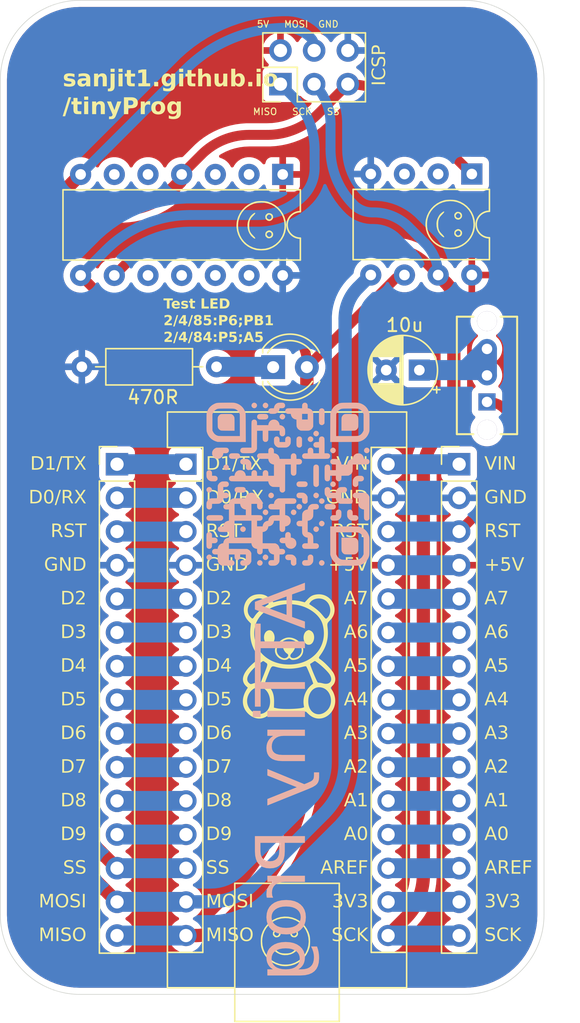
<source format=kicad_pcb>
(kicad_pcb (version 20241229) (generator "pcbnew") (generator_version "9.0")
  (layers (0 "F.Cu" signal) (2 "B.Cu" signal) (13 "F.Paste" user) (15 "B.Paste" user) (5 "F.SilkS" user "F.Silkscreen") (7 "B.SilkS" user "B.Silkscreen") (1 "F.Mask" user) (3 "B.Mask" user) (25 "Edge.Cuts" user))
  (net 0 "")
  (net 1 "/MOSI")
  (net 2 "/RST")
  (net 3 "/SCK")
  (net 4 "/SS")
  (net 5 "/MISO")
  (net 6 "Net-(A1-A3)")
  (net 7 "Net-(A1-A6)")
  (net 8 "+5V")
  (net 9 "Net-(A1-A1)")
  (net 10 "Net-(A1-A7)")
  (net 11 "Net-(A1-D6)")
  (net 12 "Net-(A1-D4)")
  (net 13 "Net-(A1-D7)")
  (net 14 "Net-(A1-D5)")
  (net 15 "Net-(A1-D1{slash}TX)")
  (net 16 "Net-(A1-VIN)")
  (net 17 "Net-(A1-3V3)")
  (net 18 "Net-(A1-D3)")
  (net 19 "Net-(A1-A4)")
  (net 20 "Net-(A1-D8)")
  (net 21 "Net-(C1-Pad1)")
  (net 22 "Net-(A1-D2)")
  (net 23 "Net-(A1-D0{slash}RX)")
  (net 24 "Net-(D1-K)")
  (net 25 "Net-(A1-A2)")
  (net 26 "Net-(A1-A5)")
  (net 27 "Net-(A1-A0)")
  (net 28 "Net-(A1-D9)")
  (net 29 "Net-(A1-AREF)")
  (net 30 "GND")
  (footprint "Custom Art Exports:Smiley Face" (layer "F.Cu") (at 129.929994 61.905002 -90)
    (property "Reference" "G2" (hide yes))
    (property "Value" "LOGO" (hide yes))
  )
  (footprint "LED_THT:LED_D4.0mm" (layer "F.Cu") (at 116.575 72.675)
    (property "Reference" "D1" (hide yes))
    (property "Value" "LED" (hide yes))
  )
  (footprint "OS102011MS2QN1:SPDT_OS102011_CNK" (layer "F.Cu") (at 132.7 75.3 180)
    (property "Reference" "SW1" (hide yes))
    (property "Value" "OS102011MS2QN1")
  )
  (footprint "Package_DIP:DIP-14_W7.62mm" (layer "F.Cu") (at 117.295 58.135 -90)
    (property "Reference" "U1" (hide yes))
    (property "Value" "ATtiny84-20P")
  )
  (footprint "Connector_PinHeader_2.54mm:PinHeader_2x03_P2.54mm_Vertical" (layer "F.Cu") (at 117.125 51.325 90)
    (property "Reference" "J3" (hide yes))
    (property "Value" "ICSP")
  )
  (footprint "Package_DIP:DIP-8_W7.62mm" (layer "F.Cu") (at 131.555 58.105 -90)
    (property "Reference" "U2" (hide yes))
    (property "Value" "ATtiny85V-10P")
  )
  (footprint "Capacitor_THT:CP_Radial_D5.0mm_P2.50mm" (layer "F.Cu") (at 127.6 72.9 180)
    (property "Reference" "C1" (hide yes))
    (property "Value" "10u")
  )
  (footprint "Module:Arduino_Nano" (layer "F.Cu") (at 110 80)
    (property "Reference" "A1" (hide yes))
    (property "Value" "Arduino_Nano_v3.x")
  )
  (footprint "Resistor_THT:R_Axial_DIN0207_L6.3mm_D2.5mm_P10.16mm_Horizontal" (layer "F.Cu") (at 112.305 72.65 180)
    (property "Reference" "R1" (hide yes))
    (property "Value" "470R")
  )
  (footprint "Connector_PinHeader_2.54mm:PinHeader_1x15_P2.54mm_Vertical" (layer "F.Cu") (at 104.8 80)
    (property "Reference" "J1" (hide yes))
    (property "Value" "Conn_01x15_Pin")
  )
  (footprint "Custom Art Exports:Smiley Face" (layer "F.Cu") (at 115.679994 62.005002 -90)
    (property "Reference" "G1" (hide yes))
    (property "Value" "LOGO" (hide yes))
  )
  (footprint "Connector_PinHeader_2.54mm:PinHeader_1x15_P2.54mm_Vertical" (layer "F.Cu") (at 130.6 80)
    (property "Reference" "J2" (hide yes))
    (property "Value" "Conn_01x15_Pin" (hide yes))
  )
  (footprint "Custom Art Exports:Smiley Face" (layer "F.Cu") (at 117.5 116)
    (property "Reference" "G3" (hide yes))
    (property "Value" "LOGO" (hide yes))
  )
  (footprint "footprints:GithubQR_14" (layer "B.Cu") (at 117.7 81.5 180)
    (property "Reference" "G***" (hide yes))
    (property "Value" "LOGO" (hide yes))
  )
  (gr_poly (pts (xy 117.841717 93.075241) (xy 117.912202 93.083945) (xy 117.983116 93.097753) (xy 118.054095 93.116559) (xy 118.124775 93.140251) (xy 118.194795 93.168722) (xy 118.26379 93.201862) (xy 118.331397 93.239562) (xy 118.397253 93.281713) (xy 118.460996 93.328207) (xy 118.522261 93.378934) (xy 118.580686 93.433786) (xy 118.629367 93.485899) (xy 118.672837 93.539462) (xy 118.711188 93.594261) (xy 118.74451 93.650084) (xy 118.772895 93.706717) (xy 118.796436 93.763949) (xy 118.815223 93.821566) (xy 118.829348 93.879356) (xy 118.838903 93.937105) (xy 118.843979 93.994601) (xy 118.844668 94.051631) (xy 118.841061 94.107982) (xy 118.83325 94.163442) (xy 118.821327 94.217797) (xy 118.805383 94.270835) (xy 118.78551 94.322343) (xy 118.7618 94.372108) (xy 118.734343 94.419918) (xy 118.703231 94.465559) (xy 118.668557 94.508819) (xy 118.630412 94.549485) (xy 118.588886 94.587344) (xy 118.544073 94.622183) (xy 118.496063 94.65379) (xy 118.444948 94.681952) (xy 118.390819 94.706455) (xy 118.333769 94.727088) (xy 118.273889 94.743637) (xy 118.21127 94.755889) (xy 118.146003 94.763632) (xy 118.078182 94.766653) (xy 118.007896 94.764739) (xy 118.001595 94.764012) (xy 117.994633 94.7626) (xy 117.987081 94.76054) (xy 117.979012 94.75787) (xy 117.970498 94.754626) (xy 117.961609 94.750847) (xy 117.952417 94.74657) (xy 117.942994 94.741832) (xy 117.933413 94.73667) (xy 117.923743 94.731122) (xy 117.914058 94.725225) (xy 117.904428 94.719016) (xy 117.894925 94.712533) (xy 117.885622 94.705814) (xy 117.876589 94.698895) (xy 117.867898 94.691813) (xy 117.785514 94.622493) (xy 117.680011 94.695616) (xy 117.655054 94.711464) (xy 117.629002 94.725239) (xy 117.601944 94.736977) (xy 117.573968 94.746711) (xy 117.545165 94.754477) (xy 117.515621 94.760309) (xy 117.485428 94.764241) (xy 117.454672 94.766308) (xy 117.423444 94.766544) (xy 117.391831 94.764984) (xy 117.359924 94.761662) (xy 117.32781 94.756613) (xy 117.295578 94.749871) (xy 117.263319 94.741471) (xy 117.231119 94.731447) (xy 117.199069 94.719834) (xy 117.167256 94.706666) (xy 117.135771 94.691978) (xy 117.104702 94.675804) (xy 117.074137 94.658179) (xy 117.044165 94.639138) (xy 117.014877 94.618713) (xy 116.986359 94.596942) (xy 116.958701 94.573856) (xy 116.931993 94.549492) (xy 116.906323 94.523884) (xy 116.881779 94.497066) (xy 116.858451 94.469073) (xy 116.836427 94.439938) (xy 116.815797 94.409698) (xy 116.796649 94.378385) (xy 116.779072 94.346036) (xy 116.759547 94.304123) (xy 116.743296 94.261507) (xy 116.730266 94.218277) (xy 116.7204 94.174528) (xy 116.713646 94.13035) (xy 116.709948 94.085836) (xy 116.709532 94.059037) (xy 116.846061 94.059037) (xy 116.848435 94.095817) (xy 116.853299 94.132201) (xy 116.860634 94.168112) (xy 116.870422 94.203477) (xy 116.882646 94.238221) (xy 116.897287 94.272271) (xy 116.914329 94.305551) (xy 116.933752 94.337987) (xy 116.95554 94.369505) (xy 116.979673 94.40003) (xy 117.006135 94.429489) (xy 117.034908 94.457807) (xy 117.065973 94.484909) (xy 117.099313 94.510721) (xy 117.134909 94.535168) (xy 117.172745 94.558178) (xy 117.212802 94.579674) (xy 117.255062 94.599582) (xy 117.299507 94.617829) (xy 117.324895 94.626382) (xy 117.350258 94.632728) (xy 117.375499 94.636967) (xy 117.400521 94.639196) (xy 117.425228 94.639516) (xy 117.449524 94.638025) (xy 117.473312 94.634822) (xy 117.496496 94.630006) (xy 117.51898 94.623676) (xy 117.540666 94.615931) (xy 117.56146 94.606869) (xy 117.581264 94.596591) (xy 117.599981 94.585194) (xy 117.617516 94.572778) (xy 117.633773 94.559441) (xy 117.648654 94.545284) (xy 117.662063 94.530403) (xy 117.673904 94.514899) (xy 117.684081 94.498871) (xy 117.692496 94.482417) (xy 117.699055 94.465637) (xy 117.703659 94.448629) (xy 117.706214 94.431492) (xy 117.706622 94.414325) (xy 117.704787 94.397228) (xy 117.700612 94.380298) (xy 117.694002 94.363636) (xy 117.68486 94.34734) (xy 117.673089 94.331509) (xy 117.658594 94.316241) (xy 117.641277 94.301637) (xy 117.621042 94.287794) (xy 117.6001 94.274057) (xy 117.579628 94.259063) (xy 117.559658 94.242894) (xy 117.540225 94.22563) (xy 117.521361 94.207354) (xy 117.5031 94.188147) (xy 117.468521 94.147265) (xy 117.436758 94.103638) (xy 117.408079 94.057915) (xy 117.382751 94.010751) (xy 117.361043 93.962795) (xy 117.343224 93.914701) (xy 117.329562 93.86712) (xy 117.324374 93.843725) (xy 117.320325 93.820704) (xy 117.31745 93.798136) (xy 117.315782 93.776105) (xy 117.315354 93.75469) (xy 117.3162 93.733974) (xy 117.318354 93.714039) (xy 117.321849 93.694965) (xy 117.326718 93.676834) (xy 117.332996 93.659728) (xy 117.340715 93.643728) (xy 117.34991 93.628916) (xy 117.359198 93.617917) (xy 117.371201 93.60742) (xy 117.385752 93.597435) (xy 117.402686 93.587972) (xy 117.443035 93.570656) (xy 117.490919 93.555554) (xy 117.545008 93.54275) (xy 117.603973 93.532329) (xy 117.666484 93.524372) (xy 117.731212 93.518965) (xy 117.796827 93.51619) (xy 117.861999 93.516131) (xy 117.9254 93.518871) (xy 117.985699 93.524494) (xy 118.041567 93.533084) (xy 118.091675 93.544724) (xy 118.134693 93.559497) (xy 118.153128 93.568085) (xy 118.169291 93.577488) (xy 118.18231 93.587172) (xy 118.193912 93.598196) (xy 118.204115 93.610503) (xy 118.212936 93.624033) (xy 118.220391 93.63873) (xy 118.226497 93.654535) (xy 118.231273 93.67139) (xy 118.234734 93.689237) (xy 118.236898 93.708019) (xy 118.237782 93.727676) (xy 118.237402 93.748151) (xy 118.235776 93.769387) (xy 118.228855 93.813906) (xy 118.217152 93.860769) (xy 118.200806 93.909513) (xy 118.179951 93.959673) (xy 118.154724 94.010784) (xy 118.125262 94.062383) (xy 118.0917 94.114007) (xy 118.054175 94.16519) (xy 118.012822 94.215468) (xy 117.967779 94.264379) (xy 117.944551 94.289809) (xy 117.924682 94.314858) (xy 117.90807 94.339457) (xy 117.894615 94.363538) (xy 117.884216 94.387032) (xy 117.87677 94.40987) (xy 117.872178 94.431984) (xy 117.870337 94.453306) (xy 117.871147 94.473767) (xy 117.874506 94.493299) (xy 117.880313 94.511832) (xy 117.888468 94.529299) (xy 117.898868 94.545631) (xy 117.911413 94.56076) (xy 117.926001 94.574617) (xy 117.942531 94.587133) (xy 117.960903 94.598241) (xy 117.981014 94.607871) (xy 118.002765 94.615955) (xy 118.026052 94.622424) (xy 118.050776 94.627211) (xy 118.076836 94.630246) (xy 118.104129 94.631462) (xy 118.132554 94.630789) (xy 118.162012 94.628159) (xy 118.1924 94.623504) (xy 118.223617 94.616755) (xy 118.255562 94.607843) (xy 118.288134 94.5967) (xy 118.321231 94.583259) (xy 118.354753 94.567449) (xy 118.388598 94.549203) (xy 118.440878 94.516837) (xy 118.488595 94.482442) (xy 118.53179 94.446167) (xy 118.570508 94.408162) (xy 118.604793 94.368577) (xy 118.634687 94.327561) (xy 118.660233 94.285265) (xy 118.681476 94.241839) (xy 118.698458 94.197431) (xy 118.711223 94.152193) (xy 118.719814 94.106274) (xy 118.724275 94.059824) (xy 118.724648 94.012993) (xy 118.720978 93.965931) (xy 118.713307 93.918787) (xy 118.701679 93.871712) (xy 118.686137 93.824856) (xy 118.666725 93.778367) (xy 118.643485 93.732397) (xy 118.616462 93.687094) (xy 118.585698 93.64261) (xy 118.551237 93.599094) (xy 118.513123 93.556695) (xy 118.471398 93.515563) (xy 118.426106 93.47585) (xy 118.37729 93.437703) (xy 118.324994 93.401274) (xy 118.269261 93.366712) (xy 118.210134 93.334166) (xy 118.147656 93.303788) (xy 118.081872 93.275726) (xy 118.012824 93.250131) (xy 117.951247 93.231508) (xy 117.88989 93.218093) (xy 117.859291 93.21334) (xy 117.828745 93.209889) (xy 117.79825 93.207742) (xy 117.767805 93.206898) (xy 117.73741 93.207359) (xy 117.707063 93.209123) (xy 117.676764 93.212193) (xy 117.646511 93.216567) (xy 117.616304 93.222246) (xy 117.586142 93.229231) (xy 117.525949 93.247118) (xy 117.465924 93.270231) (xy 117.40606 93.298572) (xy 117.346349 93.332143) (xy 117.286784 93.370948) (xy 117.227358 93.414988) (xy 117.168064 93.464266) (xy 117.108893 93.518784) (xy 117.049839 93.578546) (xy 117.018228 93.613727) (xy 116.989339 93.649478) (xy 116.963153 93.685724) (xy 116.939653 93.72239) (xy 116.91882 93.759403) (xy 116.900638 93.796687) (xy 116.885088 93.834168) (xy 116.872152 93.871772) (xy 116.861812 93.909425) (xy 116.854051 93.947053) (xy 116.848851 93.98458) (xy 116.846193 94.021933) (xy 116.846061 94.059037) (xy 116.709532 94.059037) (xy 116.709253 94.041077) (xy 116.711505 93.996167) (xy 116.716651 93.951196) (xy 116.724636 93.906258) (xy 116.735405 93.861444) (xy 116.748904 93.816846) (xy 116.76508 93.772556) (xy 116.783876 93.728667) (xy 116.805239 93.685271) (xy 116.829115 93.642459) (xy 116.855449 93.600324) (xy 116.884187 93.558957) (xy 116.915274 93.518452) (xy 116.948655 93.478899) (xy 116.984278 93.440392) (xy 117.022086 93.403021) (xy 117.062026 93.36688) (xy 117.104043 93.33206) (xy 117.148082 93.298654) (xy 117.194091 93.266753) (xy 117.242013 93.236449) (xy 117.291794 93.207836) (xy 117.343381 93.181004) (xy 117.396719 93.156045) (xy 117.451753 93.133053) (xy 117.508429 93.112118) (xy 117.539573 93.102176) (xy 117.571324 93.09366) (xy 117.636464 93.080853) (xy 117.703485 93.073586) (xy 117.772023 93.071752)) (stroke (width -0.000001)) (fill yes) (layer "F.SilkS"))
  (gr_poly (pts (xy 116.315758 92.526032) (xy 116.353316 92.531466) (xy 116.389387 92.541713) (xy 116.423875 92.556486) (xy 116.456681 92.575495) (xy 116.48771 92.598451) (xy 116.516863 92.625067) (xy 116.544043 92.655052) (xy 116.569154 92.688118) (xy 116.592097 92.723977) (xy 116.612776 92.762339) (xy 116.631094 92.802916) (xy 116.646954 92.845418) (xy 116.660257 92.889558) (xy 116.670907 92.935046) (xy 116.678807 92.981594) (xy 116.68386 93.028912) (xy 116.685968 93.076713) (xy 116.685034 93.124706) (xy 116.680961 93.172604) (xy 116.673652 93.220117) (xy 116.663009 93.266957) (xy 116.648935 93.312835) (xy 116.631334 93.357461) (xy 116.610107 93.400548) (xy 116.585158 93.441807) (xy 116.556389 93.480948) (xy 116.523704 93.517683) (xy 116.487005 93.551724) (xy 116.477522 93.559316) (xy 116.467645 93.566483) (xy 116.4574 93.573223) (xy 116.446812 93.579535) (xy 116.424711 93.590867) (xy 116.401551 93.600465) (xy 116.377537 93.608317) (xy 116.352876 93.614407) (xy 116.327775 93.618725) (xy 116.302441 93.621255) (xy 116.277081 93.621985) (xy 116.251902 93.620902) (xy 116.227109 93.617991) (xy 116.202911 93.613241) (xy 116.179513 93.606637) (xy 116.157122 93.598165) (xy 116.14637 93.593226) (xy 116.135946 93.587814) (xy 116.125878 93.581929) (xy 116.116191 93.575569) (xy 116.086379 93.552974) (xy 116.05862 93.528181) (xy 116.032911 93.501353) (xy 116.009243 93.472647) (xy 115.987613 93.442227) (xy 115.968014 93.41025) (xy 115.950441 93.376879) (xy 115.934887 93.342273) (xy 115.921348 93.306592) (xy 115.909817 93.269997) (xy 115.900288 93.232649) (xy 115.892756 93.194707) (xy 115.887215 93.156332) (xy 115.883659 93.117685) (xy 115.882083 93.078926) (xy 115.882481 93.040214) (xy 115.884847 93.001711) (xy 115.889176 92.963576) (xy 115.89546 92.925971) (xy 115.903696 92.889055) (xy 115.913877 92.852989) (xy 115.925998 92.817934) (xy 115.940052 92.784048) (xy 115.956033 92.751494) (xy 115.973937 92.720431) (xy 115.993758 92.691019) (xy 116.015489 92.66342) (xy 116.039125 92.637793) (xy 116.064661 92.614298) (xy 116.092089 92.593096) (xy 116.121406 92.574348) (xy 116.152605 92.558213) (xy 116.195137 92.541503) (xy 116.236571 92.530762) (xy 116.27681 92.525701)) (stroke (width -0.000001)) (fill yes) (layer "F.SilkS"))
  (gr_poly (pts (xy 115.609573 89.808955) (xy 115.685403 89.81471) (xy 115.722332 89.819405) (xy 115.758644 89.825326) (xy 115.79437 89.832483) (xy 115.829541 89.840887) (xy 115.864187 89.850548) (xy 115.89834 89.861477) (xy 115.932029 89.873683) (xy 115.965286 89.887179) (xy 115.998141 89.901973) (xy 116.030625 89.918077) (xy 116.062769 89.935501) (xy 116.094603 89.954255) (xy 116.157465 89.995798) (xy 116.219457 90.042787) (xy 116.280824 90.095308) (xy 116.341813 90.153444) (xy 116.402668 90.217279) (xy 116.587215 90.419553) (xy 116.88894 90.343717) (xy 116.97853 90.323683) (xy 117.076525 90.306318) (xy 117.181725 90.291623) (xy 117.292928 90.279598) (xy 117.408932 90.270244) (xy 117.528538 90.26356) (xy 117.650543 90.259546) (xy 117.773748 90.258203) (xy 117.89695 90.25953) (xy 118.018948 90.263529) (xy 118.138542 90.270199) (xy 118.254531 90.279539) (xy 118.365713 90.291552) (xy 118.470886 90.306235) (xy 118.568852 90.323591) (xy 118.658407 90.343618) (xy 118.959668 90.419355) (xy 119.156121 90.205869) (xy 119.198169 90.161117) (xy 119.238689 90.120032) (xy 119.278004 90.082432) (xy 119.316435 90.048134) (xy 119.354304 90.016959) (xy 119.391933 89.988724) (xy 119.429642 89.963247) (xy 119.467755 89.940347) (xy 119.506591 89.919843) (xy 119.546474 89.901553) (xy 119.587724 89.885296) (xy 119.630664 89.87089) (xy 119.675614 89.858153) (xy 119.722898 89.846904) (xy 119.772835 89.836961) (xy 119.825748 89.828143) (xy 119.931575 89.816205) (xy 120.034634 89.812822) (xy 120.134727 89.817612) (xy 120.231654 89.830192) (xy 120.325214 89.85018) (xy 120.41521 89.877192) (xy 120.50144 89.910846) (xy 120.583707 89.950761) (xy 120.661809 89.996552) (xy 120.735547 90.047838) (xy 120.804723 90.104236) (xy 120.869136 90.165363) (xy 120.928587 90.230837) (xy 120.982877 90.300275) (xy 121.031805 90.373294) (xy 121.075173 90.449513) (xy 121.11278 90.528548) (xy 121.144428 90.610017) (xy 121.169916 90.693537) (xy 121.189046 90.778726) (xy 121.201617 90.8652) (xy 121.207431 90.952579) (xy 121.206287 91.040478) (xy 121.197986 91.128515) (xy 121.182328 91.216308) (xy 121.159115 91.303474) (xy 121.128146 91.389631) (xy 121.089222 91.474395) (xy 121.042143 91.557385) (xy 120.98671 91.638218) (xy 120.922723 91.71651) (xy 120.849984 91.791881) (xy 120.816002 91.824791) (xy 120.78598 91.855039) (xy 120.759731 91.883183) (xy 120.737069 91.909785) (xy 120.717809 91.935403) (xy 120.701764 91.960597) (xy 120.69489 91.973211) (xy 120.68875 91.985928) (xy 120.683321 91.99882) (xy 120.67858 92.011956) (xy 120.674503 92.025406) (xy 120.671067 92.039241) (xy 120.66825 92.053529) (xy 120.666028 92.068341) (xy 120.663275 92.099819) (xy 120.662624 92.134232) (xy 120.663887 92.172142) (xy 120.66688 92.214108) (xy 120.671416 92.26069) (xy 120.67731 92.312449) (xy 120.692246 92.460994) (xy 120.701063 92.605763) (xy 120.70369 92.747037) (xy 120.700053 92.885098) (xy 120.69008 93.020227) (xy 120.673698 93.152706) (xy 120.650836 93.282817) (xy 120.621421 93.410841) (xy 120.58538 93.53706) (xy 120.542642 93.661755) (xy 120.493133 93.785208) (xy 120.436781 93.9077) (xy 120.373514 94.029513) (xy 120.303259 94.150929) (xy 120.225944 94.272229) (xy 120.141496 94.393694) (xy 120.113643 94.432336) (xy 120.089551 94.466476) (xy 120.069256 94.496606) (xy 120.060545 94.510322) (xy 120.052796 94.52322) (xy 120.046016 94.535363) (xy 120.040207 94.546812) (xy 120.035375 94.557628) (xy 120.031524 94.567873) (xy 120.028658 94.57761) (xy 120.026783 94.586899) (xy 120.025903 94.595802) (xy 120.026022 94.604381) (xy 120.027145 94.612697) (xy 120.029276 94.620813) (xy 120.03242 94.628789) (xy 120.036581 94.636688) (xy 120.041764 94.644572) (xy 120.047974 94.652501) (xy 120.055215 94.660537) (xy 120.063491 94.668742) (xy 120.072808 94.677179) (xy 120.083168 94.685907) (xy 120.107042 94.704488) (xy 120.135149 94.724979) (xy 120.167524 94.747872) (xy 120.228436 94.792916) (xy 120.293959 94.845434) (xy 120.363104 94.904382) (xy 120.434886 94.968715) (xy 120.508317 95.037389) (xy 120.582412 95.109358) (xy 120.656183 95.183578) (xy 120.728643 95.259005) (xy 120.798806 95.334594) (xy 120.865686 95.409301) (xy 120.928295 95.48208) (xy 120.985646 95.551888) (xy 121.036754 95.617679) (xy 121.080631 95.678409) (xy 121.11629 95.733033) (xy 121.142745 95.780507) (xy 121.17469 95.849912) (xy 121.201412 95.918271) (xy 121.212817 95.952038) (xy 121.222918 95.98552) (xy 121.231718 96.018707) (xy 121.239217 96.051593) (xy 121.245415 96.084168) (xy 121.250315 96.116426) (xy 121.253916 96.148357) (xy 121.25622 96.179953) (xy 121.257227 96.211207) (xy 121.256939 96.24211) (xy 121.255357 96.272654) (xy 121.252481 96.302832) (xy 121.248313 96.332634) (xy 121.242853 96.362053) (xy 121.236102 96.391081) (xy 121.228062 96.419709) (xy 121.218733 96.44793) (xy 121.208116 96.475735) (xy 121.196212 96.503116) (xy 121.183022 96.530066) (xy 121.168547 96.556575) (xy 121.152788 96.582636) (xy 121.135746 96.608241) (xy 121.117422 96.633382) (xy 121.097817 96.65805) (xy 121.076931 96.682237) (xy 121.054766 96.705935) (xy 121.031323 96.729137) (xy 121.007156 96.752435) (xy 120.986097 96.77349) (xy 120.968105 96.792616) (xy 120.960246 96.801555) (xy 120.953138 96.81013) (xy 120.946775 96.818382) (xy 120.941153 96.826349) (xy 120.936266 96.834071) (xy 120.93211 96.841588) (xy 120.928678 96.848939) (xy 120.925965 96.856164) (xy 120.923967 96.863301) (xy 120.922678 96.870392) (xy 120.922092 96.877475) (xy 120.922206 96.88459) (xy 120.923012 96.891776) (xy 120.924507 96.899073) (xy 120.926685 96.90652) (xy 120.92954 96.914157) (xy 120.933068 96.922023) (xy 120.937263 96.930158) (xy 120.94212 96.938602) (xy 120.947633 96.947393) (xy 120.96061 96.966178) (xy 120.976151 96.986829) (xy 120.994214 97.009662) (xy 121.002583 97.020492) (xy 121.01139 97.032678) (xy 121.030027 97.060579) (xy 121.049529 97.092297) (xy 121.069302 97.126761) (xy 121.088752 97.1629) (xy 121.107282 97.199646) (xy 121.124299 97.235927) (xy 121.139206 97.270673) (xy 121.184049 97.394764) (xy 121.21768 97.517744) (xy 121.240546 97.639242) (xy 121.253097 97.758886) (xy 121.25578 97.876304) (xy 121.249044 97.991125) (xy 121.233337 98.102978) (xy 121.209106 98.21149) (xy 121.176802 98.316292) (xy 121.13687 98.41701) (xy 121.089761 98.513275) (xy 121.035921 98.604713) (xy 120.9758 98.690954) (xy 120.909846 98.771626) (xy 120.838506 98.846358) (xy 120.762229 98.914778) (xy 120.681463 98.976514) (xy 120.596657 99.031196) (xy 120.508259 99.078452) (xy 120.416716 99.117909) (xy 120.322478 99.149198) (xy 120.225992 99.171946) (xy 120.127706 99.185781) (xy 120.02807 99.190333) (xy 119.92753 99.185229) (xy 119.826536 99.170099) (xy 119.725536 99.144571) (xy 119.624977 99.108273) (xy 119.525308 99.060833) (xy 119.426978 99.001881) (xy 119.330434 98.931045) (xy 119.236124 98.847954) (xy 119.046419 98.665788) (xy 118.688503 98.727436) (xy 118.504695 98.753505) (xy 118.297666 98.772939) (xy 118.072713 98.785678) (xy 117.835131 98.791668) (xy 117.590216 98.79085) (xy 117.343264 98.783168) (xy 117.099571 98.768564) (xy 116.864433 98.746982) (xy 116.458694 98.702566) (xy 116.307683 98.848748) (xy 116.261529 98.891539) (xy 116.214462 98.931458) (xy 116.16654 98.968508) (xy 116.117824 99.002691) (xy 116.068373 99.034008) (xy 116.018247 99.062461) (xy 115.967504 99.088051) (xy 115.916203 99.11078) (xy 115.864406 99.13065) (xy 115.81217 99.147663) (xy 115.759555 99.16182) (xy 115.70662 99.173123) (xy 115.653425 99.181574) (xy 115.60003 99.187174) (xy 115.546493 99.189925) (xy 115.492874 99.189828) (xy 115.439233 99.186887) (xy 115.385628 99.181101) (xy 115.332119 99.172473) (xy 115.278766 99.161005) (xy 115.225627 99.146698) (xy 115.172763 99.129554) (xy 115.120232 99.109574) (xy 115.068094 99.086761) (xy 115.016408 99.061115) (xy 114.965235 99.03264) (xy 114.914632 99.001336) (xy 114.864659 98.967205) (xy 114.815377 98.930248) (xy 114.766843 98.890469) (xy 114.719118 98.847867) (xy 114.672261 98.802445) (xy 114.628876 98.756773) (xy 114.588083 98.709968) (xy 114.549883 98.662072) (xy 114.514278 98.613127) (xy 114.481271 98.563175) (xy 114.450863 98.512258) (xy 114.423057 98.460418) (xy 114.397855 98.407697) (xy 114.37526 98.354137) (xy 114.355272 98.29978) (xy 114.337895 98.244669) (xy 114.32313 98.188844) (xy 114.31098 98.132348) (xy 114.301447 98.075224) (xy 114.29024 97.959256) (xy 114.289584 97.850949) (xy 114.60872 97.850949) (xy 114.610797 97.926679) (xy 114.618592 98.002673) (xy 114.632327 98.078647) (xy 114.652228 98.154322) (xy 114.678517 98.229413) (xy 114.711419 98.30364) (xy 114.737997 98.354197) (xy 114.766753 98.402458) (xy 114.797573 98.448392) (xy 114.830339 98.491973) (xy 114.864935 98.53317) (xy 114.901246 98.571955) (xy 114.939155 98.608299) (xy 114.978546 98.642174) (xy 115.019303 98.673551) (xy 115.061309 98.7024) (xy 115.10445 98.728694) (xy 115.148607 98.752403) (xy 115.193667 98.773498) (xy 115.239511 98.791952) (xy 115.286024 98.807734) (xy 115.333091 98.820817) (xy 115.380594 98.831171) (xy 115.428418 98.838768) (xy 115.476446 98.843579) (xy 115.524563 98.845575) (xy 115.572652 98.844728) (xy 115.620597 98.841008) (xy 115.668282 98.834386) (xy 115.71559 98.824835) (xy 115.762407 98.812325) (xy 115.808615 98.796828) (xy 115.854098 98.778314) (xy 115.898741 98.756756) (xy 115.942427 98.732123) (xy 115.98504 98.704388) (xy 116.026464 98.673521) (xy 116.066582 98.639495) (xy 116.108302 98.598415) (xy 116.146503 98.553934) (xy 116.181218 98.506305) (xy 116.212482 98.455782) (xy 116.240331 98.402619) (xy 116.264798 98.347071) (xy 116.28592 98.28939) (xy 116.30373 98.229832) (xy 116.318263 98.16865) (xy 116.329554 98.106099) (xy 116.337639 98.042432) (xy 116.34255 97.977903) (xy 116.344325 97.912767) (xy 116.342996 97.847277) (xy 116.338599 97.781688) (xy 116.331169 97.716253) (xy 116.320741 97.651227) (xy 116.307348 97.586863) (xy 116.291027 97.523417) (xy 116.271811 97.46114) (xy 116.249736 97.400289) (xy 116.224836 97.341116) (xy 116.197146 97.283877) (xy 116.166701 97.228824) (xy 116.133536 97.176211) (xy 116.097684 97.126294) (xy 116.059182 97.079326) (xy 116.018064 97.035561) (xy 115.974365 96.995253) (xy 115.928119 96.958655) (xy 115.879361 96.926023) (xy 115.828126 96.89761) (xy 115.760128 96.867573) (xy 115.692027 96.845127) (xy 115.624047 96.829991) (xy 115.556411 96.821882) (xy 115.489344 96.820518) (xy 115.423069 96.825618) (xy 115.357811 96.8369) (xy 115.293793 96.854082) (xy 115.231238 96.876882) (xy 115.170372 96.905018) (xy 115.111417 96.938209) (xy 115.054598 96.976172) (xy 115.000138 97.018627) (xy 114.948261 97.06529) (xy 114.899192 97.11588) (xy 114.853153 97.170115) (xy 114.810369 97.227714) (xy 114.771064 97.288394) (xy 114.735462 97.351874) (xy 114.703786 97.417872) (xy 114.67626 97.486106) (xy 114.653108 97.556293) (xy 114.634555 97.628153) (xy 114.620823 97.701404) (xy 114.612137 97.775763) (xy 114.60872 97.850949) (xy 114.289584 97.850949) (xy 114.289525 97.841276) (xy 114.29932 97.72162) (xy 114.319642 97.600624) (xy 114.350508 97.478624) (xy 114.391936 97.355956) (xy 114.443941 97.232956) (xy 114.506542 97.10996) (xy 114.579756 96.987304) (xy 114.662339 96.858618) (xy 114.553066 96.759863) (xy 114.505877 96.714436) (xy 114.463468 96.66775) (xy 114.425832 96.61982) (xy 114.392963 96.570663) (xy 114.364855 96.520293) (xy 114.341501 96.468727) (xy 114.322893 96.415981) (xy 114.309026 96.362071) (xy 114.299893 96.307012) (xy 114.295487 96.250821) (xy 114.295746 96.203785) (xy 114.620822 96.203785) (xy 114.621185 96.243062) (xy 114.625072 96.28108) (xy 114.632505 96.317797) (xy 114.643507 96.353172) (xy 114.658099 96.387162) (xy 114.676305 96.419725) (xy 114.698147 96.450821) (xy 114.723646 96.480407) (xy 114.752826 96.508442) (xy 114.772546 96.525436) (xy 114.790722 96.540262) (xy 114.8077 96.552951) (xy 114.823826 96.563533) (xy 114.839444 96.572039) (xy 114.847171 96.575523) (xy 114.854901 96.578499) (xy 114.862678 96.580972) (xy 114.870543 96.582945) (xy 114.87854 96.584422) (xy 114.886714 96.585407) (xy 114.895106 96.585904) (xy 114.90376 96.585916) (xy 114.912719 96.585448) (xy 114.922027 96.584503) (xy 114.94186 96.581199) (xy 114.963604 96.576033) (xy 114.987606 96.569038) (xy 115.014211 96.560244) (xy 115.043764 96.549681) (xy 115.07661 96.537381) (xy 115.094804 96.530758) (xy 115.113292 96.524601) (xy 115.125508 96.520904) (xy 115.968112 96.520904) (xy 115.969273 96.535109) (xy 115.971645 96.548173) (xy 115.97328 96.554321) (xy 115.975213 96.560235) (xy 115.97744 96.565934) (xy 115.979961 96.571434) (xy 115.985875 96.581908) (xy 115.992939 96.591797) (xy 116.001138 96.601239) (xy 116.010458 96.610374) (xy 116.020881 96.61934) (xy 116.032395 96.628276) (xy 116.044982 96.637321) (xy 116.058629 96.646613) (xy 116.089038 96.666498) (xy 116.162527 96.717518) (xy 116.230438 96.771818) (xy 116.292856 96.8296) (xy 116.349866 96.891067) (xy 116.401554 96.956423) (xy 116.448004 97.025869) (xy 116.489301 97.099609) (xy 116.525531 97.177847) (xy 116.556777 97.260783) (xy 116.583125 97.348623) (xy 116.60466 97.441568) (xy 116.621466 97.539821) (xy 116.633629 97.643586) (xy 116.641234 97.753065) (xy 116.644366 97.868461) (xy 116.643109 97.989977) (xy 116.632823 98.365222) (xy 116.818925 98.40772) (xy 116.927481 98.427544) (xy 117.05757 98.443084) (xy 117.205202 98.454523) (xy 117.366386 98.462041) (xy 117.537131 98.465821) (xy 117.713447 98.466044) (xy 117.891343 98.462893) (xy 118.066827 98.456548) (xy 118.235911 98.447193) (xy 118.394602 98.435008) (xy 118.53891 98.420176) (xy 118.664844 98.402879) (xy 118.768414 98.383297) (xy 118.845629 98.361614) (xy 118.873107 98.350041) (xy 118.892499 98.33801) (xy 118.903307 98.325545) (xy 118.905032 98.312669) (xy 118.882125 98.193743) (xy 118.867611 98.075191) (xy 118.861374 97.95735) (xy 118.86245 97.892045) (xy 119.221724 97.892045) (xy 119.223722 97.966362) (xy 119.229895 98.045812) (xy 119.240404 98.122069) (xy 119.255065 98.195058) (xy 119.273694 98.264705) (xy 119.296109 98.330934) (xy 119.322124 98.393669) (xy 119.351556 98.452837) (xy 119.384222 98.508362) (xy 119.419938 98.560169) (xy 119.45852 98.608183) (xy 119.499785 98.65233) (xy 119.543548 98.692533) (xy 119.589627 98.728719) (xy 119.637837 98.760811) (xy 119.687995 98.788736) (xy 119.739916 98.812417) (xy 119.793418 98.831781) (xy 119.848317 98.846752) (xy 119.904429 98.857254) (xy 119.96157 98.863214) (xy 120.019556 98.864556) (xy 120.078204 98.861205) (xy 120.137331 98.853085) (xy 120.196752 98.840123) (xy 120.256283 98.822243) (xy 120.315742 98.79937) (xy 120.374944 98.771428) (xy 120.433705 98.738344) (xy 120.491843 98.700042) (xy 120.549173 98.656446) (xy 120.605511 98.607483) (xy 120.660675 98.553076) (xy 120.703684 98.504741) (xy 120.742885 98.454076) (xy 120.778315 98.401289) (xy 120.810016 98.346589) (xy 120.838026 98.290184) (xy 120.862384 98.232283) (xy 120.883132 98.173092) (xy 120.900307 98.112822) (xy 120.913949 98.051679) (xy 120.924099 97.989872) (xy 120.930795 97.92761) (xy 120.934078 97.8651) (xy 120.933986 97.802551) (xy 120.930559 97.740172) (xy 120.923838 97.67817) (xy 120.91386 97.616753) (xy 120.900666 97.55613) (xy 120.884296 97.496509) (xy 120.864788 97.438099) (xy 120.842183 97.381107) (xy 120.81652 97.325742) (xy 120.787838 97.272212) (xy 120.756178 97.220726) (xy 120.721578 97.171491) (xy 120.684078 97.124715) (xy 120.643718 97.080608) (xy 120.600537 97.039377) (xy 120.554574 97.00123) (xy 120.50587 96.966377) (xy 120.454464 96.935024) (xy 120.400396 96.90738) (xy 120.343704 96.883654) (xy 120.285294 96.863874) (xy 120.227518 96.848401) (xy 120.170464 96.837148) (xy 120.114219 96.830033) (xy 120.05887 96.82697) (xy 120.004506 96.827874) (xy 119.951214 96.832661) (xy 119.899081 96.841245) (xy 119.848196 96.853543) (xy 119.798646 96.869469) (xy 119.750519 96.88894) (xy 119.703901 96.911869) (xy 119.658882 96.938172) (xy 119.615549 96.967765) (xy 119.573989 97.000563) (xy 119.53429 97.03648) (xy 119.496539 97.075434) (xy 119.460825 97.117337) (xy 119.427234 97.162107) (xy 119.395855 97.209658) (xy 119.366776 97.259906) (xy 119.340083 97.312765) (xy 119.315865 97.368151) (xy 119.294209 97.425979) (xy 119.275204 97.486165) (xy 119.258935 97.548624) (xy 119.245492 97.613271) (xy 119.234962 97.680021) (xy 119.227432 97.74879) (xy 119.22299 97.819493) (xy 119.221724 97.892045) (xy 118.86245 97.892045) (xy 118.863299 97.840557) (xy 118.873268 97.725149) (xy 118.891166 97.611462) (xy 118.916877 97.499833) (xy 118.950284 97.3906) (xy 118.991271 97.284098) (xy 119.039722 97.180666) (xy 119.09552 97.080639) (xy 119.158551 96.984355) (xy 119.228697 96.89215) (xy 119.305842 96.804361) (xy 119.347003 96.762228) (xy 119.38987 96.721325) (xy 119.434429 96.681695) (xy 119.480666 96.64338) (xy 119.596785 96.550511) (xy 119.51483 96.31199) (xy 119.463535 96.169317) (xy 119.402135 96.008851) (xy 119.33512 95.841202) (xy 119.266977 95.676985) (xy 119.202194 95.526812) (xy 119.145257 95.401296) (xy 119.100655 95.31105) (xy 119.084383 95.28247) (xy 119.072876 95.266687) (xy 119.065942 95.260223) (xy 119.058794 95.254733) (xy 119.051094 95.250248) (xy 119.042506 95.246803) (xy 119.032692 95.244429) (xy 119.021316 95.243161) (xy 119.008041 95.243029) (xy 118.99253 95.244069) (xy 118.974446 95.246312) (xy 118.953451 95.249791) (xy 118.901385 95.260589) (xy 118.833634 95.276728) (xy 118.747505 95.29847) (xy 118.622986 95.328416) (xy 118.498946 95.354409) (xy 118.375397 95.376447) (xy 118.252352 95.39453) (xy 118.129822 95.408659) (xy 118.00782 95.418834) (xy 117.886357 95.425053) (xy 117.765446 95.427318) (xy 117.645099 95.425627) (xy 117.525327 95.419981) (xy 117.406142 95.410379) (xy 117.287557 95.396822) (xy 117.169584 95.379309) (xy 117.052234 95.35784) (xy 116.93552 95.332415) (xy 116.819454 95.303034) (xy 116.693445 95.268887) (xy 116.642319 95.256997) (xy 116.597665 95.249921) (xy 116.577426 95.248508) (xy 116.558398 95.24868) (xy 116.540445 95.250567) (xy 116.523432 95.254294) (xy 116.507222 95.25999) (xy 116.491682 95.267782) (xy 116.476674 95.277798) (xy 116.462063 95.290164) (xy 116.447714 95.305009) (xy 116.433491 95.32246) (xy 116.40488 95.365689) (xy 116.375144 95.420872) (xy 116.343199 95.489027) (xy 116.307959 95.571175) (xy 116.26834 95.668336) (xy 116.171621 95.911774) (xy 116.087525 96.124453) (xy 116.054171 96.210892) (xy 116.026451 96.285544) (xy 116.014666 96.318798) (xy 116.004244 96.349522) (xy 115.99517 96.377855) (xy 115.987429 96.403935) (xy 115.981004 96.427903) (xy 115.975882 96.449896) (xy 115.972047 96.470054) (xy 115.969484 96.488515) (xy 115.968177 96.505419) (xy 115.968112 96.520904) (xy 115.125508 96.520904) (xy 115.132112 96.518905) (xy 115.151299 96.513666) (xy 115.170889 96.508876) (xy 115.19092 96.504532) (xy 115.211427 96.500627) (xy 115.232446 96.497156) (xy 115.276165 96.491495) (xy 115.322367 96.487505) (xy 115.371342 96.485143) (xy 115.423379 96.484365) (xy 115.630681 96.484365) (xy 115.811689 96.027066) (xy 115.941042 95.700461) (xy 115.992257 95.56969) (xy 116.034894 95.458146) (xy 116.053089 95.409008) (xy 116.069251 95.363984) (xy 116.083417 95.322845) (xy 116.095625 95.28536) (xy 116.105912 95.251297) (xy 116.114314 95.220426) (xy 116.12087 95.192518) (xy 116.125617 95.16734) (xy 116.128591 95.144662) (xy 116.12983 95.124254) (xy 116.129371 95.105886) (xy 116.128516 95.097394) (xy 116.127251 95.089325) (xy 116.12558 95.081651) (xy 116.123508 95.074342) (xy 116.121039 95.067371) (xy 116.118178 95.060707) (xy 116.11493 95.054322) (xy 116.111299 95.048188) (xy 116.102908 95.036554) (xy 116.093043 95.025576) (xy 116.08174 95.015022) (xy 116.069037 95.004663) (xy 116.05497 94.994266) (xy 115.985818 94.947698) (xy 115.925139 94.904804) (xy 115.901469 94.887915) (xy 115.880968 94.874351) (xy 115.86268 94.864326) (xy 115.854067 94.860708) (xy 115.845647 94.858055) (xy 115.837302 94.856394) (xy 115.828911 94.855752) (xy 115.820356 94.856156) (xy 115.811515 94.857632) (xy 115.80227 94.860208) (xy 115.792501 94.86391) (xy 115.782089 94.868765) (xy 115.770912 94.874799) (xy 115.74579 94.890515) (xy 115.716178 94.911272) (xy 115.533678 95.049) (xy 115.387649 95.162112) (xy 115.253749 95.273864) (xy 115.191403 95.329125) (xy 115.132157 95.383921) (xy 115.076032 95.43821) (xy 115.023052 95.491951) (xy 114.973238 95.5451) (xy 114.926612 95.597618) (xy 114.883198 95.649461) (xy 114.843017 95.700588) (xy 114.806091 95.750957) (xy 114.772444 95.800527) (xy 114.742098 95.849256) (xy 114.715074 95.897102) (xy 114.691395 95.944022) (xy 114.671084 95.989976) (xy 114.654162 96.034922) (xy 114.640653 96.078818) (xy 114.630578 96.121621) (xy 114.623961 96.163291) (xy 114.620822 96.203785) (xy 114.295746 96.203785) (xy 114.295802 96.193514) (xy 114.300831 96.135106) (xy 114.310568 96.075614) (xy 114.325005 96.015053) (xy 114.344137 95.953439) (xy 114.367957 95.890789) (xy 114.396457 95.827118) (xy 114.429633 95.762441) (xy 114.467476 95.696776) (xy 114.50998 95.630138) (xy 114.557139 95.562542) (xy 114.608946 95.494005) (xy 114.726479 95.354172) (xy 114.862524 95.210764) (xy 115.01703 95.06391) (xy 115.189943 94.913738) (xy 115.381212 94.760373) (xy 115.442405 94.712448) (xy 115.466468 94.692232) (xy 115.47687 94.682814) (xy 115.486188 94.673761) (xy 115.494422 94.665003) (xy 115.501574 94.65647) (xy 115.507645 94.648091) (xy 115.512636 94.639795) (xy 115.516548 94.631512) (xy 115.519383 94.623171) (xy 115.521142 94.614702) (xy 115.521825 94.606034) (xy 115.521435 94.597097) (xy 115.519972 94.587819) (xy 115.517438 94.578131) (xy 115.513833 94.567962) (xy 115.509159 94.557241) (xy 115.503418 94.545898) (xy 115.496609 94.533862) (xy 115.488735 94.521062) (xy 115.469796 94.492891) (xy 115.446609 94.460818) (xy 115.387529 94.382714) (xy 115.309001 94.274251) (xy 115.236529 94.162676) (xy 115.170128 94.048042) (xy 115.109809 93.930404) (xy 115.055586 93.809813) (xy 115.007473 93.686323) (xy 114.965484 93.559987) (xy 114.92963 93.430859) (xy 114.899926 93.298991) (xy 114.876385 93.164437) (xy 114.85902 93.027251) (xy 114.847845 92.887484) (xy 114.843408 92.760506) (xy 115.146336 92.760506) (xy 115.149548 92.894812) (xy 115.159954 93.026615) (xy 115.17741 93.155769) (xy 115.201772 93.28213) (xy 115.232895 93.405554) (xy 115.270637 93.525896) (xy 115.314852 93.643012) (xy 115.365396 93.756758) (xy 115.422126 93.866989) (xy 115.484898 93.973561) (xy 115.553566 94.07633) (xy 115.627988 94.175151) (xy 115.708019 94.26988) (xy 115.793515 94.360373) (xy 115.884333 94.446485) (xy 115.980327 94.528072) (xy 116.081354 94.604989) (xy 116.187269 94.677093) (xy 116.297929 94.744238) (xy 116.41319 94.806281) (xy 116.532908 94.863078) (xy 116.656938 94.914483) (xy 116.785136 94.960352) (xy 116.917358 95.000542) (xy 117.053461 95.034908) (xy 117.1933 95.063305) (xy 117.33673 95.085589) (xy 117.483609 95.101615) (xy 117.633792 95.111241) (xy 117.787134 95.11432) (xy 117.953388 95.10997) (xy 118.115824 95.097582) (xy 118.274259 95.077377) (xy 118.333842 95.066638) (xy 119.362316 95.066638) (xy 119.362771 95.079234) (xy 119.372839 95.124301) (xy 119.393806 95.192681) (xy 119.424098 95.280548) (xy 119.506362 95.499451) (xy 119.607041 95.750419) (xy 119.713545 96.00286) (xy 119.813282 96.226181) (xy 119.893664 96.389792) (xy 119.922662 96.439645) (xy 119.942099 96.463099) (xy 119.94579 96.465184) (xy 119.950179 96.467215) (xy 119.955209 96.469181) (xy 119.960821 96.471071) (xy 119.966961 96.472876) (xy 119.97357 96.474583) (xy 119.980593 96.476182) (xy 119.987971 96.477664) (xy 120.003569 96.480228) (xy 120.019908 96.482191) (xy 120.036534 96.483466) (xy 120.044813 96.483819) (xy 120.052992 96.483968) (xy 120.073198 96.485175) (xy 120.100564 96.488472) (xy 120.133883 96.493631) (xy 120.171947 96.500426) (xy 120.213549 96.50863) (xy 120.257482 96.518017) (xy 120.302536 96.52836) (xy 120.347506 96.539431) (xy 120.393786 96.550061) (xy 120.438597 96.558021) (xy 120.481886 96.563376) (xy 120.523604 96.566194) (xy 120.563699 96.566541) (xy 120.602122 96.564482) (xy 120.638821 96.560085) (xy 120.673746 96.553416) (xy 120.706847 96.54454) (xy 120.738072 96.533524) (xy 120.767372 96.520434) (xy 120.794695 96.505338) (xy 120.819991 96.4883) (xy 120.843209 96.469387) (xy 120.864299 96.448666) (xy 120.883209 96.426202) (xy 120.899891 96.402063) (xy 120.914291 96.376314) (xy 120.926361 96.349021) (xy 120.93605 96.320251) (xy 120.943306 96.290071) (xy 120.94808 96.258546) (xy 120.950321 96.225742) (xy 120.949977 96.191727) (xy 120.946999 96.156566) (xy 120.941336 96.120325) (xy 120.932936 96.083072) (xy 120.921751 96.044871) (xy 120.907728 96.00579) (xy 120.890818 95.965895) (xy 120.870969 95.925251) (xy 120.848132 95.883926) (xy 120.819018 95.838573) (xy 120.781701 95.787651) (xy 120.736988 95.731937) (xy 120.685688 95.672208) (xy 120.628607 95.60924) (xy 120.566553 95.543809) (xy 120.43076 95.408664) (xy 120.284768 95.272985) (xy 120.209967 95.206885) (xy 120.13504 95.142981) (xy 120.060795 95.082048) (xy 119.988038 95.024864) (xy 119.917578 94.972204) (xy 119.850223 94.924845) (xy 119.802135 94.891444) (xy 119.783205 94.878326) (xy 119.766869 94.867655) (xy 119.752513 94.859476) (xy 119.745886 94.856335) (xy 119.739525 94.853834) (xy 119.733352 94.851977) (xy 119.727292 94.850772) (xy 119.721268 94.850223) (xy 119.715202 94.850336) (xy 119.70902 94.851116) (xy 119.702643 94.85257) (xy 119.695996 94.854702) (xy 119.689001 94.857518) (xy 119.681583 94.861024) (xy 119.673665 94.865225) (xy 119.65602 94.875736) (xy 119.635456 94.889095) (xy 119.61136 94.905347) (xy 119.550119 94.946706) (xy 119.51764 94.968155) (xy 119.486317 94.988508) (xy 119.456909 95.007295) (xy 119.430176 95.024047) (xy 119.406877 95.038293) (xy 119.387771 95.049565) (xy 119.373618 95.057391) (xy 119.368635 95.059866) (xy 119.365176 95.061303) (xy 119.362316 95.066638) (xy 118.333842 95.066638) (xy 118.428509 95.049575) (xy 118.578392 95.014398) (xy 118.723724 94.972066) (xy 118.864321 94.922801) (xy 119 94.866822) (xy 119.130578 94.80435) (xy 119.255871 94.735607) (xy 119.375696 94.660814) (xy 119.48987 94.580191) (xy 119.598209 94.493958) (xy 119.70053 94.402337) (xy 119.796649 94.305549) (xy 119.886384 94.203814) (xy 119.96955 94.097353) (xy 120.045964 93.986387) (xy 120.115444 93.871137) (xy 120.177805 93.751823) (xy 120.232864 93.628667) (xy 120.280438 93.501889) (xy 120.320343 93.37171) (xy 120.352396 93.23835) (xy 120.376415 93.102032) (xy 120.392214 92.962974) (xy 120.399611 92.821399) (xy 120.398423 92.677527) (xy 120.388466 92.531579) (xy 120.369557 92.383775) (xy 120.341513 92.234337) (xy 120.304149 92.083485) (xy 120.262349 91.958462) (xy 120.207334 91.835432) (xy 120.139795 91.714937) (xy 120.060424 91.597516) (xy 119.969912 91.483709) (xy 119.86895 91.374055) (xy 119.758229 91.269096) (xy 119.63844 91.16937) (xy 119.510276 91.075418) (xy 119.374426 90.987779) (xy 119.231583 90.906994) (xy 119.082437 90.833603) (xy 118.92768 90.768145) (xy 118.768002 90.71116) (xy 118.604096 90.663189) (xy 118.436653 90.624771) (xy 118.284076 90.597884) (xy 118.13252 90.577743) (xy 117.982209 90.564223) (xy 117.833363 90.557197) (xy 117.686205 90.556538) (xy 117.540957 90.562122) (xy 117.39784 90.573821) (xy 117.257077 90.59151) (xy 117.11889 90.615062) (xy 116.983501 90.644351) (xy 116.851131 90.679252) (xy 116.722003 90.719637) (xy 116.596339 90.765381) (xy 116.47436 90.816358) (xy 116.356289 90.872442) (xy 116.242348 90.933506) (xy 116.132758 90.999425) (xy 116.027742 91.070072) (xy 115.927522 91.145321) (xy 115.832319 91.225045) (xy 115.742356 91.30912) (xy 115.657855 91.397418) (xy 115.579037 91.489814) (xy 115.506125 91.586182) (xy 115.439341 91.686394) (xy 115.378906 91.790326) (xy 115.325043 91.897851) (xy 115.277973 92.008843) (xy 115.237919 92.123176) (xy 115.205103 92.240723) (xy 115.179746 92.361359) (xy 115.162071 92.484957) (xy 115.150462 92.623839) (xy 115.146336 92.760506) (xy 114.843408 92.760506) (xy 114.842873 92.745191) (xy 114.844117 92.600425) (xy 114.851591 92.453238) (xy 114.865307 92.303684) (xy 114.896925 92.020745) (xy 114.711254 91.829253) (xy 114.651919 91.763724) (xy 114.59832 91.695671) (xy 114.55038 91.625366) (xy 114.508023 91.553083) (xy 114.47117 91.479093) (xy 114.439745 91.40367) (xy 114.413671 91.327086) (xy 114.392871 91.249614) (xy 114.377267 91.171527) (xy 114.366783 91.093097) (xy 114.363901 91.051516) (xy 114.655398 91.051516) (xy 114.661422 91.122079) (xy 114.674318 91.192031) (xy 114.694361 91.260977) (xy 114.721823 91.328522) (xy 114.756976 91.394272) (xy 114.800093 91.457832) (xy 114.851448 91.518809) (xy 114.911312 91.576807) (xy 114.931535 91.594312) (xy 114.949704 91.609185) (xy 114.966177 91.62126) (xy 114.973889 91.626197) (xy 114.981311 91.630373) (xy 114.988487 91.633766) (xy 114.995463 91.636357) (xy 115.002283 91.638124) (xy 115.008992 91.639046) (xy 115.015634 91.639104) (xy 115.022254 91.638276) (xy 115.028897 91.636541) (xy 115.035608 91.633879) (xy 115.042431 91.630269) (xy 115.049411 91.625691) (xy 115.056592 91.620123) (xy 115.064019 91.613545) (xy 115.071738 91.605937) (xy 115.079792 91.597277) (xy 115.097086 91.576719) (xy 115.11626 91.551707) (xy 115.137669 91.522075) (xy 115.188628 91.448286) (xy 115.221119 91.402062) (xy 115.254904 91.356907) (xy 115.290182 91.312639) (xy 115.327155 91.269078) (xy 115.366023 91.22604) (xy 115.406986 91.183345) (xy 115.450244 91.140812) (xy 115.496 91.098259) (xy 115.544451 91.055504) (xy 115.5958 91.012366) (xy 115.650247 90.968664) (xy 115.707992 90.924216) (xy 115.769235 90.87884) (xy 115.834178 90.832355) (xy 115.975962 90.735333) (xy 116.025236 90.702139) (xy 116.07191 90.670028) (xy 116.11491 90.639785) (xy 116.153167 90.612195) (xy 116.185606 90.588043) (xy 116.211157 90.568116) (xy 116.221014 90.559981) (xy 116.228747 90.553197) (xy 116.232172 90.549859) (xy 119.300106 90.549859) (xy 119.300369 90.553527) (xy 119.301302 90.556496) (xy 119.302932 90.558724) (xy 119.325096 90.574421) (xy 119.379087 90.611248) (xy 119.550119 90.726304) (xy 119.609943 90.766919) (xy 119.66753 90.807239) (xy 119.722999 90.84737) (xy 119.776468 90.887417) (xy 119.828055 90.927487) (xy 119.87788 90.967685) (xy 119.926061 91.008117) (xy 119.972716 91.04889) (xy 120.017965 91.090107) (xy 120.061925 91.131877) (xy 120.104715 91.174303) (xy 120.146455 91.217493) (xy 120.187262 91.261552) (xy 120.227255 91.306585) (xy 120.266552 91.352699) (xy 120.305273 91.4) (xy 120.345367 91.449776) (xy 120.380959 91.493387) (xy 120.412484 91.531078) (xy 120.426857 91.547779) (xy 120.440377 91.563091) (xy 120.453098 91.577045) (xy 120.465074 91.589671) (xy 120.476359 91.600999) (xy 120.487009 91.611061) (xy 120.497078 91.619886) (xy 120.50662 91.627504) (xy 120.515689 91.633947) (xy 120.524339 91.639245) (xy 120.532626 91.643428) (xy 120.540604 91.646527) (xy 120.548327 91.648572) (xy 120.55211 91.649209) (xy 120.55585 91.649593) (xy 120.559553 91.64973) (xy 120.563226 91.649622) (xy 120.566876 91.649273) (xy 120.570511 91.648688) (xy 120.577758 91.646822) (xy 120.585023 91.644055) (xy 120.592359 91.640416) (xy 120.599821 91.635937) (xy 120.607464 91.630647) (xy 120.615342 91.624578) (xy 120.623509 91.617759) (xy 120.632019 91.610222) (xy 120.650289 91.593112) (xy 120.686641 91.555614) (xy 120.71976 91.516004) (xy 120.749682 91.474455) (xy 120.776438 91.43114) (xy 120.800063 91.386229) (xy 120.820592 91.339896) (xy 120.838056 91.292313) (xy 120.852491 91.243652) (xy 120.863929 91.194086) (xy 120.872405 91.143785) (xy 120.877953 91.092924) (xy 120.880605 91.041674) (xy 120.880397 90.990206) (xy 120.87736 90.938695) (xy 120.87153 90.887311) (xy 120.86294 90.836227) (xy 120.851623 90.785615) (xy 120.837614 90.735647) (xy 120.820946 90.686496) (xy 120.801652 90.638334) (xy 120.779767 90.591333) (xy 120.755324 90.545665) (xy 120.728358 90.501503) (xy 120.6989 90.459019) (xy 120.666987 90.418385) (xy 120.63265 90.379773) (xy 120.595924 90.343355) (xy 120.556842 90.309305) (xy 120.515439 90.277793) (xy 120.471748 90.248992) (xy 120.425803 90.223075) (xy 120.377636 90.200214) (xy 120.32064 90.178067) (xy 120.262099 90.160068) (xy 120.202338 90.146173) (xy 120.141684 90.13634) (xy 120.080464 90.130525) (xy 120.019004 90.128688) (xy 119.95763 90.130784) (xy 119.896669 90.136772) (xy 119.836447 90.146608) (xy 119.777291 90.16025) (xy 119.719526 90.177655) (xy 119.66348 90.198781) (xy 119.609478 90.223585) (xy 119.557847 90.252025) (xy 119.508914 90.284057) (xy 119.463005 90.31964) (xy 119.44797 90.333075) (xy 119.432601 90.348211) (xy 119.417113 90.364727) (xy 119.401721 90.382302) (xy 119.386641 90.400614) (xy 119.372089 90.419341) (xy 119.358279 90.438163) (xy 119.345426 90.456756) (xy 119.333747 90.474801) (xy 119.323457 90.491974) (xy 119.31477 90.507955) (xy 119.307903 90.522423) (xy 119.30307 90.535055) (xy 119.301484 90.540582) (xy 119.300487 90.54553) (xy 119.300106 90.549859) (xy 116.232172 90.549859) (xy 116.234222 90.547862) (xy 116.237304 90.544073) (xy 116.238958 90.539587) (xy 116.23908 90.534078) (xy 116.237735 90.527607) (xy 116.234992 90.520237) (xy 116.22558 90.503045) (xy 116.211382 90.482997) (xy 116.192935 90.460589) (xy 116.170777 90.436316) (xy 116.145448 90.410674) (xy 116.117485 90.384157) (xy 116.087427 90.357261) (xy 116.055811 90.330481) (xy 116.023175 90.304313) (xy 115.990059 90.279252) (xy 115.957 90.255793) (xy 115.924536 90.234431) (xy 115.893206 90.215663) (xy 115.863547 90.199982) (xy 115.786449 90.1669) (xy 115.709677 90.142672) (xy 115.633505 90.126904) (xy 115.558204 90.119201) (xy 115.484049 90.11917) (xy 115.411311 90.126416) (xy 115.340263 90.140543) (xy 115.271178 90.161159) (xy 115.20433 90.187868) (xy 115.13999 90.220277) (xy 115.078431 90.25799) (xy 115.019927 90.300613) (xy 114.964749 90.347751) (xy 114.913172 90.399012) (xy 114.865467 90.453999) (xy 114.821907 90.512319) (xy 114.782766 90.573576) (xy 114.748316 90.637378) (xy 114.718829 90.703329) (xy 114.694579 90.771034) (xy 114.675838 90.8401) (xy 114.662879 90.910132) (xy 114.655974 90.980735) (xy 114.655398 91.051516) (xy 114.363901 91.051516) (xy 114.361342 91.014597) (xy 114.360867 90.9363) (xy 114.365279 90.858478) (xy 114.374504 90.781404) (xy 114.388462 90.705351) (xy 114.407078 90.630591) (xy 114.430274 90.557398) (xy 114.457974 90.486044) (xy 114.490099 90.416801) (xy 114.526573 90.349942) (xy 114.56732 90.285741) (xy 114.612261 90.224469) (xy 114.661321 90.166399) (xy 114.714421 90.111805) (xy 114.771485 90.060958) (xy 114.832435 90.014131) (xy 114.897196 89.971598) (xy 114.965689 89.933631) (xy 115.037837 89.900502) (xy 115.113564 89.872484) (xy 115.192792 89.84985) (xy 115.275444 89.832873) (xy 115.364089 89.82002) (xy 115.449161 89.811694) (xy 115.530907 89.807978)) (stroke (width -0.000001)) (fill yes) (layer "F.SilkS"))
  (gr_poly (pts (xy 119.263711 92.512602) (xy 119.269663 92.51309) (xy 119.275733 92.513888) (xy 119.288384 92.516423) (xy 119.30198 92.520224) (xy 119.316835 92.525308) (xy 119.333264 92.531695) (xy 119.351581 92.5394) (xy 119.395139 92.558841) (xy 119.434049 92.579148) (xy 119.469784 92.603097) (xy 119.502384 92.630406) (xy 119.531885 92.660794) (xy 119.558324 92.693981) (xy 119.581741 92.729685) (xy 119.602172 92.767626) (xy 119.619655 92.807522) (xy 119.634227 92.849092) (xy 119.645927 92.892056) (xy 119.654792 92.936132) (xy 119.66086 92.98104) (xy 119.664168 93.026498) (xy 119.664754 93.072226) (xy 119.662656 93.117942) (xy 119.657912 93.163365) (xy 119.650558 93.208215) (xy 119.640633 93.25221) (xy 119.628175 93.295069) (xy 119.61322 93.336512) (xy 119.595807 93.376257) (xy 119.575974 93.414024) (xy 119.553758 93.449531) (xy 119.529196 93.482497) (xy 119.502327 93.512642) (xy 119.473188 93.539684) (xy 119.441816 93.563342) (xy 119.40825 93.583336) (xy 119.372527 93.599384) (xy 119.334685 93.611206) (xy 119.294761 93.61852) (xy 119.252793 93.621045) (xy 119.211585 93.61854) (xy 119.172565 93.611142) (xy 119.135759 93.59914) (xy 119.101195 93.582824) (xy 119.068898 93.56248) (xy 119.038895 93.538397) (xy 119.011215 93.510865) (xy 118.985883 93.480171) (xy 118.962927 93.446604) (xy 118.942373 93.410453) (xy 118.924249 93.372005) (xy 118.90858 93.33155) (xy 118.895395 93.289376) (xy 118.88472 93.245771) (xy 118.876582 93.201024) (xy 118.871008 93.155423) (xy 118.868024 93.109257) (xy 118.867658 93.062815) (xy 118.869937 93.016384) (xy 118.874887 92.970254) (xy 118.882535 92.924712) (xy 118.892909 92.880048) (xy 118.906034 92.836549) (xy 118.921939 92.794504) (xy 118.94065 92.754202) (xy 118.962193 92.715931) (xy 118.986596 92.67998) (xy 119.013886 92.646637) (xy 119.04409 92.616191) (xy 119.077233 92.58893) (xy 119.113345 92.565142) (xy 119.15245 92.545116) (xy 119.187185 92.530102) (xy 119.202036 92.524272) (xy 119.215629 92.519584) (xy 119.228278 92.516055) (xy 119.240299 92.513703) (xy 119.246171 92.512974) (xy 119.252005 92.512546) (xy 119.257838 92.512421)) (stroke (width -0.000001)) (fill yes) (layer "F.SilkS"))
  (gr_line (start 131 120) (end 102 120) (stroke (width 0.05)) (layer "Edge.Cuts"))
  (gr_line (start 96 114) (end 96 51) (stroke (width 0.05)) (layer "Edge.Cuts"))
  (gr_arc (start 131 45) (mid 135.242641 46.757359) (end 137 51) (stroke (width 0.05)) (layer "Edge.Cuts"))
  (gr_line (start 137 51) (end 137 114) (stroke (width 0.05)) (layer "Edge.Cuts"))
  (gr_arc (start 96 51) (mid 97.757359 46.757359) (end 102 45) (stroke (width 0.05)) (layer "Edge.Cuts"))
  (gr_line (start 102 45) (end 131 45) (stroke (width 0.05)) (layer "Edge.Cuts"))
  (gr_arc (start 137 114) (mid 135.242641 118.242641) (end 131 120) (stroke (width 0.05)) (layer "Edge.Cuts"))
  (gr_arc (start 102 120) (mid 97.757359 118.242641) (end 96 114) (stroke (width 0.05)) (layer "Edge.Cuts"))
  (gr_text "A3" (at 123.75 100.32 0) (layer "F.SilkS") (effects (font (size 1 1)) (justify right)))
  (gr_text "MISO" (at 102.5 115.56 0) (layer "F.SilkS") (effects (font (size 1 1)) (justify right)))
  (gr_text "A3" (at 132.5 100.32 0) (layer "F.SilkS") (effects (font (size 1 1)) (justify left)))
  (gr_text "D5" (at 102.5 97.78 0) (layer "F.SilkS") (effects (font (size 1 1)) (justify right)))
  (gr_text "3V3" (at 132.5 113.02 0) (layer "F.SilkS") (effects (font (size 1 1)) (justify left)))
  (gr_text "sanjit1.github.io\n/tinyProg" (at 100.7 53.8 0) (layer "F.SilkS") (effects (font (size 1.25 1.25) (thickness 0.2) (bold yes)) (justify left bottom)))
  (gr_text "GND" (at 102.5 87.62 0) (layer "F.SilkS") (effects (font (size 1 1)) (justify right)))
  (gr_text "5V   MOSI  GND\n" (at 115.305 47.09 0) (layer "F.SilkS") (effects (font (size 0.5 0.5) (thickness 0.08)) (justify left bottom)))
  (gr_text "A2" (at 123.75 102.86 0) (layer "F.SilkS") (effects (font (size 1 1)) (justify right)))
  (gr_text "+5V" (at 132.5 87.62 0) (layer "F.SilkS") (effects (font (size 1 1)) (justify left)))
  (gr_text "D9" (at 102.5 107.94 0) (layer "F.SilkS") (effects (font (size 1 1)) (justify right)))
  (gr_text "GND" (at 132.5 82.54 0) (layer "F.SilkS") (effects (font (size 1 1)) (justify left)))
  (gr_text "VIN" (at 132.5 80 0) (layer "F.SilkS") (effects (font (size 1 1)) (justify left)))
  (gr_text "D7" (at 102.5 102.86 0) (layer "F.SilkS") (effects (font (size 1 1)) (justify right)))
  (gr_text "D8" (at 102.5 105.4 0) (layer "F.SilkS") (effects (font (size 1 1)) (justify right)))
  (gr_text "D6" (at 102.5 100.32 0) (layer "F.SilkS") (effects (font (size 1 1)) (justify right)))
  (gr_text "A5" (at 132.5 95.24 0) (layer "F.SilkS") (effects (font (size 1 1)) (justify left)))
  (gr_text "A4" (at 123.75 97.78 0) (layer "F.SilkS") (effects (font (size 1 1)) (justify right)))
  (gr_text "A0" (at 132.5 107.94 0) (layer "F.SilkS") (effects (font (size 1 1)) (justify left)))
  (gr_text "AREF" (at 123.75 110.48 0) (layer "F.SilkS") (effects (font (size 1 1)) (justify right)))
  (gr_text "D0/RX" (at 111.5 82.54 0) (layer "F.SilkS") (effects (font (size 1 1)) (justify left)))
  (gr_text "MOSI" (at 102.5 113.02 0) (layer "F.SilkS") (effects (font (size 1 1)) (justify right)))
  (gr_text "A2" (at 132.5 102.86 0) (layer "F.SilkS") (effects (font (size 1 1)) (justify left)))
  (gr_text "D2" (at 102.5 90.16 0) (layer "F.SilkS") (effects (font (size 1 1)) (justify right)))
  (gr_text "D1/TX" (at 111.5 80 0) (layer "F.SilkS") (effects (font (size 1 1)) (justify left)))
  (gr_text "D4" (at 111.5 95.24 0) (layer "F.SilkS") (effects (font (size 1 1)) (justify left)))
  (gr_text "D5" (at 111.5 97.78 0) (layer "F.SilkS") (effects (font (size 1 1)) (justify left)))
  (gr_text "Test LED\n2/4/85:P6;PB1\n2/4/84:P5;A5" (at 108.3 70.9 0) (layer "F.SilkS") (effects (font (size 0.75 0.75) (thickness 0.15) (bold yes)) (justify left bottom)))
  (gr_text "MISO" (at 111.5 115.56 0) (layer "F.SilkS") (effects (font (size 1 1)) (justify left)))
  (gr_text "MISO   SCK   SS\n" (at 115.005 53.69 0) (layer "F.SilkS") (effects (font (size 0.5 0.5) (thickness 0.08)) (justify left bottom)))
  (gr_text "A6" (at 123.75 92.7 0) (layer "F.SilkS") (effects (font (size 1 1)) (justify right)))
  (gr_text "D0/RX" (at 102.5 82.54 0) (layer "F.SilkS") (effects (font (size 1 1)) (justify right)))
  (gr_text "SCK" (at 132.5 115.56 0) (layer "F.SilkS") (effects (font (size 1 1)) (justify left)))
  (gr_text "A7" (at 123.75 90.16 0) (layer "F.SilkS") (effects (font (size 1 1)) (justify right)))
  (gr_text "D7" (at 111.5 102.86 0) (layer "F.SilkS") (effects (font (size 1 1)) (justify left)))
  (gr_text "SS" (at 102.5 110.48 0) (layer "F.SilkS") (effects (font (size 1 1)) (justify right)))
  (gr_text "SCK" (at 123.75 115.56 0) (layer "F.SilkS") (effects (font (size 1 1)) (justify right)))
  (gr_text "SS" (at 111.5 110.48 0) (layer "F.SilkS") (effects (font (size 1 1)) (justify left)))
  (gr_text "RST" (at 111.5 85.08 0) (layer "F.SilkS") (effects (font (size 1 1)) (justify left)))
  (gr_text "D6" (at 111.5 100.32 0) (layer "F.SilkS") (effects (font (size 1 1)) (justify left)))
  (gr_text "RST" (at 132.5 85.08 0) (layer "F.SilkS") (effects (font (size 1 1)) (justify left)))
  (gr_text "D3" (at 102.5 92.7 0) (layer "F.SilkS") (effects (font (size 1 1)) (justify right)))
  (gr_text "3V3" (at 123.75 113.02 0) (layer "F.SilkS") (effects (font (size 1 1)) (justify right)))
  (gr_text "D4" (at 102.5 95.24 0) (layer "F.SilkS") (effects (font (size 1 1)) (justify right)))
  (gr_text "A4" (at 132.5 97.78 0) (layer "F.SilkS") (effects (font (size 1 1)) (justify left)))
  (gr_text "RST" (at 102.5 85.08 0) (layer "F.SilkS") (effects (font (size 1 1)) (justify right)))
  (gr_text "D2" (at 111.5 90.16 0) (layer "F.SilkS") (effects (font (size 1 1)) (justify left)))
  (gr_text "D8" (at 111.5 105.4 0) (layer "F.SilkS") (effects (font (size 1 1)) (justify left)))
  (gr_text "A6" (at 132.5 92.7 0) (layer "F.SilkS") (effects (font (size 1 1)) (justify left)))
  (gr_text "D1/TX" (at 102.5 80 0) (layer "F.SilkS") (effects (font (size 1 1)) (justify right)))
  (gr_text "AREF" (at 132.5 110.48 0) (layer "F.SilkS") (effects (font (size 1 1)) (justify left)))
  (gr_text "VIN" (at 123.75 80 0) (layer "F.SilkS") (effects (font (size 1 1)) (justify right)))
  (gr_text "D3" (at 111.5 92.7 0) (layer "F.SilkS") (effects (font (size 1 1)) (justify left)))
  (gr_text "D9" (at 111.5 107.94 0) (layer "F.SilkS") (effects (font (size 1 1)) (justify left)))
  (gr_text "+5V" (at 123.75 87.62 0) (layer "F.SilkS") (effects (font (size 1 1)) (justify right)))
  (gr_text "A5" (at 123.75 95.24 0) (layer "F.SilkS") (effects (font (size 1 1)) (justify right)))
  (gr_text "A7" (at 132.5 90.16 0) (layer "F.SilkS") (effects (font (size 1 1)) (justify left)))
  (gr_text "A1" (at 132.5 105.4 0) (layer "F.SilkS") (effects (font (size 1 1)) (justify left)))
  (gr_text "MOSI" (at 111.5 113.02 0) (layer "F.SilkS") (effects (font (size 1 1)) (justify left)))
  (gr_text "RST" (at 123.75 85.08 0) (layer "F.SilkS") (effects (font (size 1 1)) (justify right)))
  (gr_text "GND" (at 123.75 82.54 0) (layer "F.SilkS") (effects (font (size 1 1)) (justify right)))
  (gr_text "GND" (at 111.5 87.62 0) (layer "F.SilkS") (effects (font (size 1 1)) (justify left)))
  (gr_text "A1" (at 123.75 105.4 0) (layer "F.SilkS") (effects (font (size 1 1)) (justify right)))
  (gr_text "A0" (at 123.75 107.94 0) (layer "F.SilkS") (effects (font (size 1 1)) (justify right)))
  (gr_text "ATTiny Prog" (at 119.6 88.9 90) (layer "B.SilkS") (effects (font (size 3.7 3.7) (thickness 0.5)) (justify left bottom mirror)))
  (segment (start 98.1 64.343963) (end 98.1 99.47857) (width 1) (layer "F.Cu") (net 1))
  (segment (start 102.937622 111.157622) (end 104.8 113.02) (width 1) (layer "F.Cu") (net 1))
  (segment (start 99.693792 60.496207) (end 102.055 58.135) (width 1) (layer "F.Cu") (net 1))
  (arc (start 98.1 99.47857) (mid 99.357257 105.799227) (end 102.937622 111.157622) (width 1) (layer "F.Cu") (net 1))
  (arc (start 99.693792 60.496207) (mid 98.514213 62.261572) (end 98.1 64.343963) (width 1) (layer "F.Cu") (net 1))
  (segment (start 122 102.506036) (end 122 69.028248) (width 1) (layer "B.Cu") (net 1))
  (segment (start 109.970403 50.219596) (end 102.055 58.135) (width 0.75) (layer "B.Cu") (net 1))
  (segment (start 111.87 113.02) (end 110 113.02) (width 1) (layer "B.Cu") (net 1))
  (segment (start 115.062289 111.69771) (end 120.406207 106.353792) (width 1) (layer "B.Cu") (net 1))
  (segment (start 122.9675 66.692495) (end 123.935001 65.724995) (width 1) (layer "B.Cu") (net 1))
  (segment (start 119.665 48.4375) (end 119.665 48.785) (width 0.75) (layer "B.Cu") (net 1))
  (segment (start 110 113.02) (end 104.8 113.02) (width 1.5) (layer "B.Cu") (net 1))
  (arc (start 115.062289 111.69771) (mid 113.597654 112.676348) (end 111.87 113.02) (width 1) (layer "B.Cu") (net 1))
  (arc (start 119.41928 47.84428) (mid 118.56719 47.274919) (end 117.562127 47.075) (width 0.75) (layer "B.Cu") (net 1))
  (arc (start 122 102.506036) (mid 121.585786 104.588426) (end 120.406207 106.353792) (width 1) (layer "B.Cu") (net 1))
  (arc (start 122.9675 66.692495) (mid 122.251445 67.764147) (end 122 69.028248) (width 1) (layer "B.Cu") (net 1))
  (arc (start 119.41928 47.84428) (mid 119.601139 48.116451) (end 119.665 48.4375) (width 0.75) (layer "B.Cu") (net 1))
  (arc (start 117.562127 47.075) (mid 113.453517 47.892254) (end 109.970403 50.219596) (width 0.75) (layer "B.Cu") (net 1))
  (segment (start 133.728427 81.951573) (end 130.6 85.08) (width 0.75) (layer "F.Cu") (net 2))
  (segment (start 134.9 77.942641) (end 134.9 79.123146) (width 0.75) (layer "F.Cu") (net 2))
  (segment (start 132.7 75.3) (end 132.762732 75.3) (width 0.75) (layer "F.Cu") (net 2))
  (arc (start 134.9 77.942641) (mid 134.671639 76.794591) (end 134.021321 75.821321) (width 0.75) (layer "F.Cu") (net 2))
  (arc (start 134.9 79.123146) (mid 134.595518 80.65388) (end 133.728427 81.951573) (width 0.75) (layer "F.Cu") (net 2))
  (arc (start 132.762732 75.3) (mid 133.44388 75.435489) (end 134.021321 75.821321) (width 0.75) (layer "F.Cu") (net 2))
  (segment (start 130.6 85.08) (end 125.24 85.08) (width 1.5) (layer "B.Cu") (net 2))
  (segment (start 104.8 85.08) (end 110 85.08) (width 1.5) (layer "B.Cu") (net 2))
  (segment (start 128.0525 64.7625) (end 129.015 65.725) (width 0.75) (layer "F.Cu") (net 3))
  (segment (start 130.2 75.073654) (end 130.2 67.747918) (width 1) (layer "F.Cu") (net 3))
  (segment (start 105.5725 64.7775) (end 104.595 65.755) (width 0.75) (layer "F.Cu") (net 3))
  (segment (start 127.9 111.019095) (end 127.9 80.626345) (width 1) (layer "F.Cu") (net 3))
  (segment (start 125.728819 63.8) (end 107.932393 63.8) (width 0.75) (layer "F.Cu") (net 3))
  (segment (start 126.57 114.23) (end 125.24 115.56) (width 1) (layer "F.Cu") (net 3))
  (segment (start 129.6075 66.317497) (end 129.015 65.724997) (width 1) (layer "F.Cu") (net 3))
  (arc (start 107.932393 63.8) (mid 106.655228 64.054043) (end 105.5725 64.7775) (width 0.75) (layer "F.Cu") (net 3))
  (arc (start 127.9 111.019095) (mid 127.554344 112.756824) (end 126.57 114.23) (width 1) (layer "F.Cu") (net 3))
  (arc (start 128.0525 64.7625) (mid 126.986386 64.050145) (end 125.728819 63.8) (width 0.75) (layer "F.Cu") (net 3))
  (arc (start 130.2 75.073654) (mid 129.901124 76.576201) (end 129.05 77.85) (width 1) (layer "F.Cu") (net 3))
  (arc (start 129.05 77.85) (mid 128.198875 79.123798) (end 127.9 80.626345) (width 1) (layer "F.Cu") (net 3))
  (arc (start 129.6075 66.317497) (mid 130.046014 66.973779) (end 130.2 67.747918) (width 1) (layer "F.Cu") (net 3))
  (segment (start 120.9 54.306534) (end 120.9 56.207046) (width 0.75) (layer "B.Cu") (net 3))
  (segment (start 126.78952 62.08952) (end 128.017994 63.317994) (width 0.75) (layer "B.Cu") (net 3))
  (segment (start 130.6 115.56) (end 125.24 115.56) (width 1.5) (layer "B.Cu") (net 3))
  (segment (start 124.056904 60.999996) (end 124.159156 60.999995) (width 0.75) (layer "B.Cu") (net 3))
  (arc (start 128.017994 63.317994) (mid 128.755886 64.422328) (end 129.015 65.724997) (width 0.75) (layer "B.Cu") (net 3))
  (arc (start 124.056904 60.999996) (mid 123.291527 60.847758) (end 122.642688 60.414218) (width 0.75) (layer "B.Cu") (net 3))
  (arc (start 124.159156 60.999995) (mid 125.582699 61.28315) (end 126.78952 62.08952) (width 0.75) (layer "B.Cu") (net 3))
  (arc (start 120.9 56.207046) (mid 121.352901 58.483934) (end 122.642688 60.414218) (width 0.75) (layer "B.Cu") (net 3))
  (arc (start 119.665 51.325) (mid 120.579038 52.692948) (end 120.9 54.306534) (width 0.75) (layer "B.Cu") (net 3))
  (segment (start 119.973792 53.556207) (end 122.205 51.325) (width 0.75) (layer "F.Cu") (net 4))
  (segment (start 116.126036 55.15) (end 114.770713 55.15) (width 0.75) (layer "F.Cu") (net 4))
  (segment (start 101.093792 62.406206) (end 101.126007 62.373992) (width 1) (layer "F.Cu") (net 4))
  (segment (start 99.5 65.101288) (end 99.5 99.451723) (width 1) (layer "F.Cu") (net 4))
  (segment (start 111.167499 56.642499) (end 109.827027 57.982972) (width 0.75) (layer "F.Cu") (net 4))
  (segment (start 109.21766 59.022339) (end 109.522972 58.717027) (width 1) (layer "F.Cu") (net 4))
  (segment (start 103.550503 109.230503) (end 104.8 110.48) (width 1) (layer "F.Cu") (net 4))
  (segment (start 126.592244 53.142244) (end 131.555 58.105) (width 0.75) (layer "F.Cu") (net 4))
  (segment (start 101.093792 62.406206) (end 100.278724 63.221277) (width 1) (layer "F.Cu") (net 4))
  (arc (start 99.5 99.451723) (mid 100.552691 104.74396) (end 103.550503 109.230503) (width 1) (layer "F.Cu") (net 4))
  (arc (start 109.21766 59.022339) (mid 107.270563 60.323347) (end 104.973763 60.7802) (width 1) (layer "F.Cu") (net 4))
  (arc (start 104.973763 60.7802) (mid 102.891319 61.194414) (end 101.126007 62.373992) (width 1) (layer "F.Cu") (net 4))
  (arc (start 114.770713 55.15) (mid 112.820668 55.537887) (end 111.167499 56.642499) (width 0.75) (layer "F.Cu") (net 4))
  (arc (start 100.278724 63.221277) (mid 99.702384 64.083834) (end 99.5 65.101288) (width 1) (layer "F.Cu") (net 4))
  (arc (start 109.675 58.35) (mid 109.635489 58.548633) (end 109.522972 58.717027) (width 1) (layer "F.Cu") (net 4))
  (arc (start 126.592244 53.142244) (mid 124.579373 51.797286) (end 122.205 51.325) (width 0.75) (layer "F.Cu") (net 4))
  (arc (start 119.973792 53.556207) (mid 118.208426 54.735786) (end 116.126036 55.15) (width 0.75) (layer "F.Cu") (net 4))
  (arc (start 109.827027 57.982972) (mid 109.71451 58.151365) (end 109.675 58.35) (width 0.75) (layer "F.Cu") (net 4))
  (segment (start 104.8 110.48) (end 110 110.48) (width 1.5) (layer "B.Cu") (net 4))
  (segment (start 110.767916 115.56) (end 110 115.56) (width 1) (layer "F.Cu") (net 5))
  (segment (start 119.115 72.675) (end 119.115 72.357641) (width 0.75) (layer "F.Cu") (net 5))
  (segment (start 119.115 72.7151) (end 119.115 72.675) (width 0.75) (layer "F.Cu") (net 5))
  (segment (start 125.775075 66.014924) (end 119.115 72.675) (width 0.75) (layer "F.Cu") (net 5))
  (segment (start 119.115 72.675) (end 119.115 101.931736) (width 1) (layer "F.Cu") (net 5))
  (segment (start 112.939497 114.660502) (end 114.481143 113.118856) (width 1) (layer "F.Cu") (net 5))
  (segment (start 103.29748 66.99748) (end 102.055 65.755) (width 0.75) (layer "F.Cu") (net 5))
  (segment (start 115.010185 68.9) (end 107.890571 68.9) (width 0.75) (layer "F.Cu") (net 5))
  (arc (start 103.29748 66.99748) (mid 105.404808 68.405551) (end 107.890571 68.9) (width 0.75) (layer "F.Cu") (net 5))
  (arc (start 112.939497 114.660502) (mid 111.943167 115.326228) (end 110.767916 115.56) (width 1) (layer "F.Cu") (net 5))
  (arc (start 126.475 65.725) (mid 126.09621 65.800349) (end 125.775075 66.014924) (width 0.75) (layer "F.Cu") (net 5))
  (arc (start 119.115 101.931736) (mid 117.9107 107.986162) (end 114.481143 113.118856) (width 1) (layer "F.Cu") (net 5))
  (arc (start 119.115 72.357641) (mid 118.886638 71.20959) (end 118.23632 70.23632) (width 0.75) (layer "F.Cu") (net 5))
  (arc (start 115.010185 68.9) (mid 116.756146 69.247293) (end 118.23632 70.23632) (width 0.75) (layer "F.Cu") (net 5))
  (arc (start 119.115 72.7151) (mid 119.10763 72.752147) (end 119.086645 72.783554) (width 0.75) (layer "F.Cu") (net 5))
  (segment (start 102.055 65.755) (end 103.966615 63.843385) (width 0.75) (layer "B.Cu") (net 5))
  (segment (start 118.025269 52.225269) (end 117.125 51.325) (width 0.75) (layer "B.Cu") (net 5))
  (segment (start 110.34831 61.2) (end 115.389958 61.2) (width 0.75) (layer "B.Cu") (net 5))
  (segment (start 104.8 115.56) (end 110 115.56) (width 1.5) (layer "B.Cu") (net 5))
  (segment (start 119.7 57.657339) (end 119.7 56.268427) (width 0.75) (layer "B.Cu") (net 5))
  (arc (start 119.7 57.657339) (mid 119.47164 58.805395) (end 118.821321 59.778679) (width 0.75) (layer "B.Cu") (net 5))
  (arc (start 103.966615 63.843385) (mid 106.894562 61.886994) (end 110.34831 61.2) (width 0.75) (layer "B.Cu") (net 5))
  (arc (start 115.389958 61.2) (mid 117.246995 60.830612) (end 118.821321 59.778679) (width 0.75) (layer "B.Cu") (net 5))
  (arc (start 119.7 56.268427) (mid 119.264752 54.080286) (end 118.025269 52.225269) (width 0.75) (layer "B.Cu") (net 5))
  (segment (start 130.6 100.32) (end 125.24 100.32) (width 1.5) (layer "B.Cu") (net 6))
  (segment (start 130.6 92.7) (end 125.24 92.7) (width 1.5) (layer "B.Cu") (net 7))
  (segment (start 125.24 87.62) (end 130.6 87.62) (width 1.5) (layer "B.Cu") (net 8))
  (segment (start 130.6 105.4) (end 125.24 105.4) (width 1.5) (layer "B.Cu") (net 9))
  (segment (start 130.6 90.16) (end 125.24 90.16) (width 1.5) (layer "B.Cu") (net 10))
  (segment (start 104.8 100.32) (end 110 100.32) (width 1.5) (layer "B.Cu") (net 11))
  (segment (start 104.8 95.24) (end 110 95.24) (width 1.5) (layer "B.Cu") (net 12))
  (segment (start 104.8 102.86) (end 110 102.86) (width 1.5) (layer "B.Cu") (net 13))
  (segment (start 104.8 97.78) (end 110 97.78) (width 1.5) (layer "B.Cu") (net 14))
  (segment (start 104.8 80) (end 110 80) (width 1.5) (layer "B.Cu") (net 15))
  (segment (start 130.6 80) (end 125.24 80) (width 1.5) (layer "B.Cu") (net 16))
  (segment (start 130.6 113.02) (end 125.24 113.02) (width 1.5) (layer "B.Cu") (net 17))
  (segment (start 104.8 92.7) (end 110 92.7) (width 1.5) (layer "B.Cu") (net 18))
  (segment (start 130.6 97.78) (end 125.24 97.78) (width 1.5) (layer "B.Cu") (net 19))
  (segment (start 104.8 105.4) (end 110 105.4) (width 1.5) (layer "B.Cu") (net 20))
  (segment (start 131.099999 72.9) (end 132.7 71.299999) (width 1.5) (layer "B.Cu") (net 21))
  (segment (start 127.6 72.9) (end 132.3 72.9) (width 1.5) (layer "B.Cu") (net 21))
  (segment (start 132.3 72.9) (end 132.7 73.3) (width 1.5) (layer "B.Cu") (net 21))
  (segment (start 132.7 73.3) (end 132.7 71.299999) (width 1.5) (layer "B.Cu") (net 21))
  (segment (start 127.6 72.9) (end 131.099999 72.9) (width 1.5) (layer "B.Cu") (net 21))
  (segment (start 104.8 90.16) (end 110 90.16) (width 1.5) (layer "B.Cu") (net 22))
  (segment (start 104.8 82.54) (end 110 82.54) (width 1.5) (layer "B.Cu") (net 23))
  (segment (start 116.55 72.65) (end 116.575 72.675) (width 1.5) (layer "B.Cu") (net 24))
  (segment (start 112.305 72.65) (end 116.55 72.65) (width 1.5) (layer "B.Cu") (net 24))
  (segment (start 130.6 102.86) (end 125.24 102.86) (width 1.5) (layer "B.Cu") (net 25))
  (segment (start 130.6 95.24) (end 125.24 95.24) (width 1.5) (layer "B.Cu") (net 26))
  (segment (start 130.6 107.94) (end 125.24 107.94) (width 1.5) (layer "B.Cu") (net 27))
  (segment (start 104.8 107.94) (end 110 107.94) (width 1.5) (layer "B.Cu") (net 28))
  (segment (start 130.6 110.48) (end 125.24 110.48) (width 1.5) (layer "B.Cu") (net 29))
  (zone (net 8) (net_name "+5V") (layer "F.Cu") (connect_pads (clearance 0.5)) (min_thickness 0.25) (fill yes (thermal_gap 0.5) (thermal_bridge_width 0.5))
    (polygon (pts (xy 137 45) (xy 137 120) (xy 96 120) (xy 96 45)))
  )
  (zone (net 30) (net_name "GND") (layer "B.Cu") (priority 1) (connect_pads (clearance 0.5)) (min_thickness 0.25) (fill yes (thermal_gap 0.5) (thermal_bridge_width 0.5))
    (polygon (pts (xy 137 45) (xy 137 120) (xy 96 120) (xy 96 45)))
  )
)
</source>
